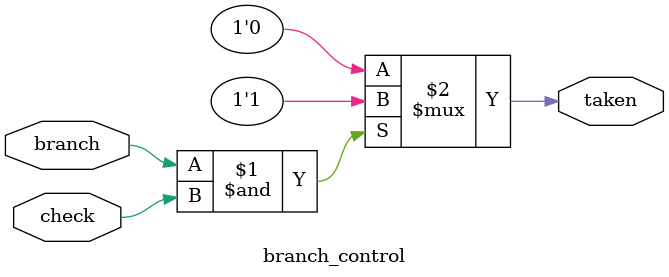
<source format=v>
module branch_control
(
  // current pc
  input branch,
  input check,

  output reg taken 
);

///////////////////////////////////////////////////////////////////////////////
// TODO : You need to do something! (DONE)
//////////////////////////////////////////////////////////////////////////////

assign taken = branch & check ?  1'b1 : 1'b0;

endmodule

</source>
